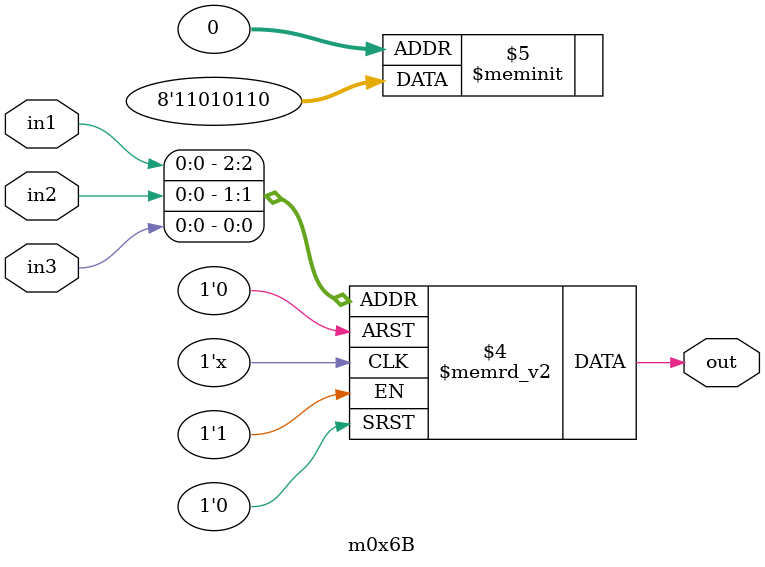
<source format=v>
module m0x6B(output out, input in1, in2, in3);

   always @(in1, in2, in3)
     begin
        case({in1, in2, in3})
          3'b000: {out} = 1'b0;
          3'b001: {out} = 1'b1;
          3'b010: {out} = 1'b1;
          3'b011: {out} = 1'b0;
          3'b100: {out} = 1'b1;
          3'b101: {out} = 1'b0;
          3'b110: {out} = 1'b1;
          3'b111: {out} = 1'b1;
        endcase // case ({in1, in2, in3})
     end // always @ (in1, in2, in3)

endmodule // m0x6B
</source>
